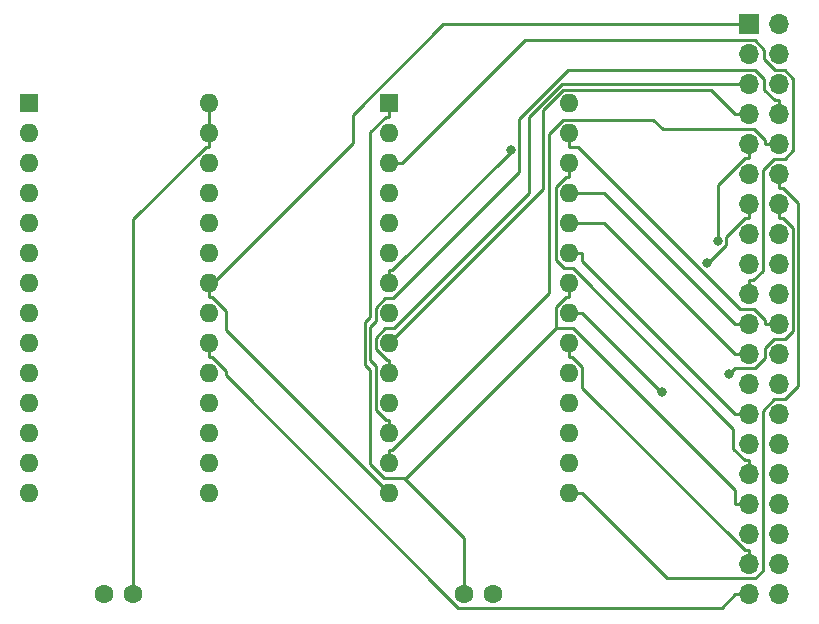
<source format=gbl>
G04 #@! TF.GenerationSoftware,KiCad,Pcbnew,(5.1.12)-1*
G04 #@! TF.CreationDate,2022-10-05T17:57:38-05:00*
G04 #@! TF.ProjectId,memory,6d656d6f-7279-42e6-9b69-6361645f7063,rev?*
G04 #@! TF.SameCoordinates,Original*
G04 #@! TF.FileFunction,Copper,L2,Bot*
G04 #@! TF.FilePolarity,Positive*
%FSLAX46Y46*%
G04 Gerber Fmt 4.6, Leading zero omitted, Abs format (unit mm)*
G04 Created by KiCad (PCBNEW (5.1.12)-1) date 2022-10-05 17:57:38*
%MOMM*%
%LPD*%
G01*
G04 APERTURE LIST*
G04 #@! TA.AperFunction,ComponentPad*
%ADD10C,1.600000*%
G04 #@! TD*
G04 #@! TA.AperFunction,ComponentPad*
%ADD11O,1.700000X1.700000*%
G04 #@! TD*
G04 #@! TA.AperFunction,ComponentPad*
%ADD12R,1.700000X1.700000*%
G04 #@! TD*
G04 #@! TA.AperFunction,ComponentPad*
%ADD13R,1.600000X1.600000*%
G04 #@! TD*
G04 #@! TA.AperFunction,ComponentPad*
%ADD14O,1.600000X1.600000*%
G04 #@! TD*
G04 #@! TA.AperFunction,ViaPad*
%ADD15C,0.800000*%
G04 #@! TD*
G04 #@! TA.AperFunction,Conductor*
%ADD16C,0.250000*%
G04 #@! TD*
G04 APERTURE END LIST*
D10*
X120650000Y-95250000D03*
X123150000Y-95250000D03*
X153630000Y-95250000D03*
X151130000Y-95250000D03*
D11*
X177800000Y-95250000D03*
X175260000Y-95250000D03*
X177800000Y-92710000D03*
X175260000Y-92710000D03*
X177800000Y-90170000D03*
X175260000Y-90170000D03*
X177800000Y-87630000D03*
X175260000Y-87630000D03*
X177800000Y-85090000D03*
X175260000Y-85090000D03*
X177800000Y-82550000D03*
X175260000Y-82550000D03*
X177800000Y-80010000D03*
X175260000Y-80010000D03*
X177800000Y-77470000D03*
X175260000Y-77470000D03*
X177800000Y-74930000D03*
X175260000Y-74930000D03*
X177800000Y-72390000D03*
X175260000Y-72390000D03*
X177800000Y-69850000D03*
X175260000Y-69850000D03*
X177800000Y-67310000D03*
X175260000Y-67310000D03*
X177800000Y-64770000D03*
X175260000Y-64770000D03*
X177800000Y-62230000D03*
X175260000Y-62230000D03*
X177800000Y-59690000D03*
X175260000Y-59690000D03*
X177800000Y-57150000D03*
X175260000Y-57150000D03*
X177800000Y-54610000D03*
X175260000Y-54610000D03*
X177800000Y-52070000D03*
X175260000Y-52070000D03*
X177800000Y-49530000D03*
X175260000Y-49530000D03*
X177800000Y-46990000D03*
D12*
X175260000Y-46990000D03*
D13*
X114300000Y-53695000D03*
D14*
X129540000Y-86715000D03*
X114300000Y-56235000D03*
X129540000Y-84175000D03*
X114300000Y-58775000D03*
X129540000Y-81635000D03*
X114300000Y-61315000D03*
X129540000Y-79095000D03*
X114300000Y-63855000D03*
X129540000Y-76555000D03*
X114300000Y-66395000D03*
X129540000Y-74015000D03*
X114300000Y-68935000D03*
X129540000Y-71475000D03*
X114300000Y-71475000D03*
X129540000Y-68935000D03*
X114300000Y-74015000D03*
X129540000Y-66395000D03*
X114300000Y-76555000D03*
X129540000Y-63855000D03*
X114300000Y-79095000D03*
X129540000Y-61315000D03*
X114300000Y-81635000D03*
X129540000Y-58775000D03*
X114300000Y-84175000D03*
X129540000Y-56235000D03*
X114300000Y-86715000D03*
X129540000Y-53695000D03*
X160020000Y-53695000D03*
X144780000Y-86715000D03*
X160020000Y-56235000D03*
X144780000Y-84175000D03*
X160020000Y-58775000D03*
X144780000Y-81635000D03*
X160020000Y-61315000D03*
X144780000Y-79095000D03*
X160020000Y-63855000D03*
X144780000Y-76555000D03*
X160020000Y-66395000D03*
X144780000Y-74015000D03*
X160020000Y-68935000D03*
X144780000Y-71475000D03*
X160020000Y-71475000D03*
X144780000Y-68935000D03*
X160020000Y-74015000D03*
X144780000Y-66395000D03*
X160020000Y-76555000D03*
X144780000Y-63855000D03*
X160020000Y-79095000D03*
X144780000Y-61315000D03*
X160020000Y-81635000D03*
X144780000Y-58775000D03*
X160020000Y-84175000D03*
X144780000Y-56235000D03*
X160020000Y-86715000D03*
D13*
X144780000Y-53695000D03*
D15*
X167884200Y-78133600D03*
X173562900Y-76582700D03*
X171678300Y-67240200D03*
X155089200Y-57649100D03*
X172609700Y-65365700D03*
D16*
X129540000Y-69197800D02*
X141723800Y-57014000D01*
X141723800Y-57014000D02*
X141723800Y-54653000D01*
X141723800Y-54653000D02*
X149386800Y-46990000D01*
X149386800Y-46990000D02*
X175260000Y-46990000D01*
X129540000Y-69197800D02*
X129540000Y-70060100D01*
X129540000Y-68935000D02*
X129540000Y-69197800D01*
X144780000Y-86715000D02*
X130954800Y-72889800D01*
X130954800Y-72889800D02*
X130954800Y-71241800D01*
X130954800Y-71241800D02*
X129773100Y-70060100D01*
X129773100Y-70060100D02*
X129540000Y-70060100D01*
X129540000Y-56235000D02*
X129540000Y-57360100D01*
X129540000Y-57360100D02*
X129258700Y-57360100D01*
X129258700Y-57360100D02*
X123150000Y-63468800D01*
X123150000Y-63468800D02*
X123150000Y-95250000D01*
X129540000Y-53695000D02*
X129540000Y-56235000D01*
X144780000Y-54820100D02*
X144498700Y-54820100D01*
X144498700Y-54820100D02*
X143194700Y-56124100D01*
X143194700Y-56124100D02*
X143194700Y-71738200D01*
X143194700Y-71738200D02*
X142744600Y-72188300D01*
X142744600Y-72188300D02*
X142744600Y-75842200D01*
X142744600Y-75842200D02*
X143194700Y-76292300D01*
X143194700Y-76292300D02*
X143194700Y-84183000D01*
X143194700Y-84183000D02*
X144377800Y-85366100D01*
X144377800Y-85366100D02*
X146050000Y-85366100D01*
X146050000Y-85366100D02*
X146155300Y-85471300D01*
X151130000Y-95250000D02*
X151130000Y-90446100D01*
X151130000Y-90446100D02*
X146155300Y-85471300D01*
X146155300Y-85471300D02*
X158881600Y-72745000D01*
X158881600Y-72745000D02*
X160375000Y-72745000D01*
X160375000Y-72745000D02*
X174084900Y-86454900D01*
X174084900Y-86454900D02*
X174084900Y-87630000D01*
X158881600Y-72745000D02*
X158881600Y-70965300D01*
X158881600Y-70965300D02*
X159786800Y-70060100D01*
X159786800Y-70060100D02*
X160020000Y-70060100D01*
X175260000Y-87630000D02*
X174084900Y-87630000D01*
X160020000Y-68935000D02*
X160020000Y-70060100D01*
X144780000Y-53695000D02*
X144780000Y-54820100D01*
X129540000Y-74015000D02*
X129540000Y-75140100D01*
X175260000Y-95250000D02*
X174084900Y-95250000D01*
X174084900Y-95250000D02*
X172952000Y-96382900D01*
X172952000Y-96382900D02*
X150611100Y-96382900D01*
X150611100Y-96382900D02*
X130954800Y-76726600D01*
X130954800Y-76726600D02*
X130954800Y-76321800D01*
X130954800Y-76321800D02*
X129773100Y-75140100D01*
X129773100Y-75140100D02*
X129540000Y-75140100D01*
X175260000Y-92710000D02*
X175260000Y-91534900D01*
X160020000Y-74015000D02*
X160020000Y-75140100D01*
X160020000Y-75140100D02*
X160301400Y-75140100D01*
X160301400Y-75140100D02*
X161145100Y-75983800D01*
X161145100Y-75983800D02*
X161145100Y-77785300D01*
X161145100Y-77785300D02*
X174894700Y-91534900D01*
X174894700Y-91534900D02*
X175260000Y-91534900D01*
X175260000Y-85090000D02*
X175260000Y-83914900D01*
X160020000Y-58775000D02*
X160020000Y-59900100D01*
X160020000Y-59900100D02*
X159738700Y-59900100D01*
X159738700Y-59900100D02*
X158890600Y-60748200D01*
X158890600Y-60748200D02*
X158890600Y-66924000D01*
X158890600Y-66924000D02*
X159631600Y-67665000D01*
X159631600Y-67665000D02*
X160341300Y-67665000D01*
X160341300Y-67665000D02*
X173895200Y-81218900D01*
X173895200Y-81218900D02*
X173895200Y-82915400D01*
X173895200Y-82915400D02*
X174894700Y-83914900D01*
X174894700Y-83914900D02*
X175260000Y-83914900D01*
X160020000Y-66395000D02*
X161145100Y-66395000D01*
X175260000Y-80010000D02*
X174084900Y-80010000D01*
X161145100Y-66395000D02*
X161145100Y-67070200D01*
X161145100Y-67070200D02*
X174084900Y-80010000D01*
X160020000Y-71475000D02*
X161145100Y-71475000D01*
X161145100Y-71475000D02*
X167803700Y-78133600D01*
X167803700Y-78133600D02*
X167884200Y-78133600D01*
X175260000Y-74930000D02*
X174084900Y-74930000D01*
X160020000Y-63855000D02*
X163009900Y-63855000D01*
X163009900Y-63855000D02*
X174084900Y-74930000D01*
X160020000Y-57360100D02*
X160772800Y-57360100D01*
X160772800Y-57360100D02*
X174532700Y-71120000D01*
X174532700Y-71120000D02*
X175720100Y-71120000D01*
X175720100Y-71120000D02*
X176624900Y-72024800D01*
X176624900Y-72024800D02*
X176624900Y-72390000D01*
X177800000Y-72390000D02*
X176624900Y-72390000D01*
X160020000Y-56235000D02*
X160020000Y-57360100D01*
X175260000Y-72390000D02*
X174084900Y-72390000D01*
X160020000Y-61315000D02*
X163009900Y-61315000D01*
X163009900Y-61315000D02*
X174084900Y-72390000D01*
X145905100Y-58775000D02*
X156333000Y-48347100D01*
X156333000Y-48347100D02*
X175742000Y-48347100D01*
X175742000Y-48347100D02*
X176530000Y-49135100D01*
X176530000Y-49135100D02*
X176530000Y-49924100D01*
X176530000Y-49924100D02*
X177485500Y-50879600D01*
X177485500Y-50879600D02*
X178288800Y-50879600D01*
X178288800Y-50879600D02*
X179023600Y-51614400D01*
X179023600Y-51614400D02*
X179023600Y-57669000D01*
X179023600Y-57669000D02*
X178272600Y-58420000D01*
X178272600Y-58420000D02*
X177369100Y-58420000D01*
X177369100Y-58420000D02*
X176435100Y-59354000D01*
X176435100Y-59354000D02*
X176435100Y-67867100D01*
X176435100Y-67867100D02*
X175627300Y-68674900D01*
X175627300Y-68674900D02*
X175260000Y-68674900D01*
X144780000Y-58775000D02*
X145905100Y-58775000D01*
X175260000Y-69850000D02*
X175260000Y-68674900D01*
X177800000Y-62230000D02*
X177800000Y-63405100D01*
X173562900Y-76582700D02*
X174040400Y-76105200D01*
X174040400Y-76105200D02*
X175785700Y-76105200D01*
X175785700Y-76105200D02*
X176624800Y-75266100D01*
X176624800Y-75266100D02*
X176624800Y-74404300D01*
X176624800Y-74404300D02*
X177369100Y-73660000D01*
X177369100Y-73660000D02*
X178286800Y-73660000D01*
X178286800Y-73660000D02*
X179000500Y-72946300D01*
X179000500Y-72946300D02*
X179000500Y-64240400D01*
X179000500Y-64240400D02*
X178165200Y-63405100D01*
X178165200Y-63405100D02*
X177800000Y-63405100D01*
X171678300Y-67240200D02*
X171760700Y-67240200D01*
X171760700Y-67240200D02*
X173334800Y-65666100D01*
X173334800Y-65666100D02*
X173334800Y-64965100D01*
X173334800Y-64965100D02*
X174894800Y-63405100D01*
X174894800Y-63405100D02*
X175260000Y-63405100D01*
X175260000Y-62230000D02*
X175260000Y-63405100D01*
X161145100Y-86715000D02*
X168320700Y-93890600D01*
X168320700Y-93890600D02*
X175809800Y-93890600D01*
X175809800Y-93890600D02*
X176436800Y-93263600D01*
X176436800Y-93263600D02*
X176436800Y-79709100D01*
X176436800Y-79709100D02*
X177405900Y-78740000D01*
X177405900Y-78740000D02*
X178288700Y-78740000D01*
X178288700Y-78740000D02*
X179450600Y-77578100D01*
X179450600Y-77578100D02*
X179450600Y-62150500D01*
X179450600Y-62150500D02*
X178165200Y-60865100D01*
X178165200Y-60865100D02*
X177800000Y-60865100D01*
X177800000Y-59690000D02*
X177800000Y-60865100D01*
X160020000Y-86715000D02*
X161145100Y-86715000D01*
X144780000Y-67809900D02*
X145050400Y-67809900D01*
X145050400Y-67809900D02*
X155089200Y-57771100D01*
X155089200Y-57771100D02*
X155089200Y-57649100D01*
X144780000Y-68935000D02*
X144780000Y-67809900D01*
X177800000Y-57150000D02*
X176624900Y-57150000D01*
X144780000Y-84175000D02*
X144780000Y-83049900D01*
X144780000Y-83049900D02*
X145061300Y-83049900D01*
X145061300Y-83049900D02*
X158368000Y-69743200D01*
X158368000Y-69743200D02*
X158368000Y-56263600D01*
X158368000Y-56263600D02*
X159544800Y-55086800D01*
X159544800Y-55086800D02*
X167157000Y-55086800D01*
X167157000Y-55086800D02*
X167950200Y-55880000D01*
X167950200Y-55880000D02*
X175720100Y-55880000D01*
X175720100Y-55880000D02*
X176624900Y-56784800D01*
X176624900Y-56784800D02*
X176624900Y-57150000D01*
X175260000Y-57150000D02*
X175260000Y-58325100D01*
X172609700Y-65365700D02*
X172609700Y-60610100D01*
X172609700Y-60610100D02*
X174894700Y-58325100D01*
X174894700Y-58325100D02*
X175260000Y-58325100D01*
X177800000Y-54610000D02*
X177800000Y-53434900D01*
X144780000Y-81635000D02*
X144780000Y-80509900D01*
X144780000Y-80509900D02*
X144498600Y-80509900D01*
X144498600Y-80509900D02*
X143654900Y-79666200D01*
X143654900Y-79666200D02*
X143654900Y-75891100D01*
X143654900Y-75891100D02*
X143194700Y-75430900D01*
X143194700Y-75430900D02*
X143194700Y-72600000D01*
X143194700Y-72600000D02*
X143644900Y-72149800D01*
X143644900Y-72149800D02*
X143644900Y-70985100D01*
X143644900Y-70985100D02*
X144425000Y-70205000D01*
X144425000Y-70205000D02*
X145104100Y-70205000D01*
X145104100Y-70205000D02*
X155828600Y-59480500D01*
X155828600Y-59480500D02*
X155828600Y-55011600D01*
X155828600Y-55011600D02*
X159945400Y-50894800D01*
X159945400Y-50894800D02*
X175785700Y-50894800D01*
X175785700Y-50894800D02*
X176530000Y-51639100D01*
X176530000Y-51639100D02*
X176530000Y-52530200D01*
X176530000Y-52530200D02*
X177434700Y-53434900D01*
X177434700Y-53434900D02*
X177800000Y-53434900D01*
X175260000Y-54610000D02*
X174084900Y-54610000D01*
X144780000Y-74015000D02*
X157838400Y-60956600D01*
X157838400Y-60956600D02*
X157838400Y-54285500D01*
X157838400Y-54285500D02*
X159554000Y-52569900D01*
X159554000Y-52569900D02*
X172044800Y-52569900D01*
X172044800Y-52569900D02*
X174084900Y-54610000D01*
X144780000Y-76555000D02*
X144780000Y-75429900D01*
X144780000Y-75429900D02*
X144583000Y-75429900D01*
X144583000Y-75429900D02*
X143644900Y-74491800D01*
X143644900Y-74491800D02*
X143644900Y-73525100D01*
X143644900Y-73525100D02*
X144425000Y-72745000D01*
X144425000Y-72745000D02*
X145166200Y-72745000D01*
X145166200Y-72745000D02*
X156674300Y-61236900D01*
X156674300Y-61236900D02*
X156674300Y-54802600D01*
X156674300Y-54802600D02*
X159406900Y-52070000D01*
X159406900Y-52070000D02*
X175260000Y-52070000D01*
M02*

</source>
